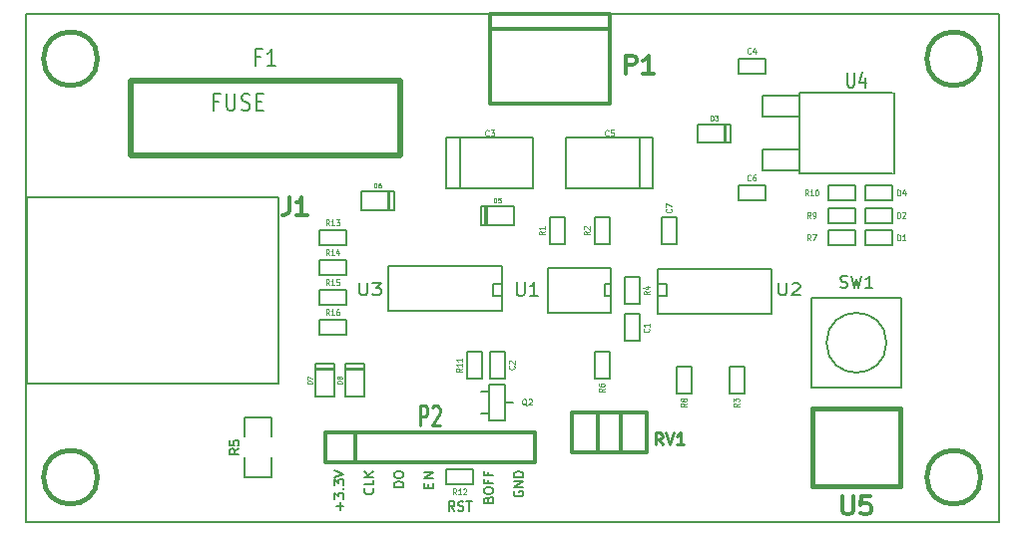
<source format=gto>
G04 (created by PCBNEW (2013-may-18)-stable) date Wed 22 Oct 2014 04:48:08 PM CEST*
%MOIN*%
G04 Gerber Fmt 3.4, Leading zero omitted, Abs format*
%FSLAX34Y34*%
G01*
G70*
G90*
G04 APERTURE LIST*
%ADD10C,0.00590551*%
%ADD11C,0.00787402*%
%ADD12C,0.0118*%
%ADD13C,0.005*%
%ADD14C,0.012*%
%ADD15C,0.008*%
%ADD16C,0.015*%
%ADD17C,0.019685*%
%ADD18C,0.00984252*%
%ADD19C,0.0039*%
%ADD20C,0.006*%
%ADD21C,0.0045*%
%ADD22C,0.0047*%
%ADD23C,0.0107*%
G04 APERTURE END LIST*
G54D10*
G54D11*
X46750Y-17500D02*
X46750Y-34500D01*
X79250Y-17500D02*
X46750Y-17500D01*
X79250Y-34500D02*
X79250Y-17500D01*
X46750Y-34500D02*
X79250Y-34500D01*
X63077Y-33469D02*
X63062Y-33499D01*
X63062Y-33544D01*
X63077Y-33589D01*
X63107Y-33619D01*
X63137Y-33634D01*
X63197Y-33649D01*
X63242Y-33649D01*
X63302Y-33634D01*
X63332Y-33619D01*
X63362Y-33589D01*
X63377Y-33544D01*
X63377Y-33514D01*
X63362Y-33469D01*
X63347Y-33454D01*
X63242Y-33454D01*
X63242Y-33514D01*
X63377Y-33319D02*
X63062Y-33319D01*
X63377Y-33139D01*
X63062Y-33139D01*
X63377Y-32989D02*
X63062Y-32989D01*
X63062Y-32914D01*
X63077Y-32869D01*
X63107Y-32839D01*
X63137Y-32824D01*
X63197Y-32809D01*
X63242Y-32809D01*
X63302Y-32824D01*
X63332Y-32839D01*
X63362Y-32869D01*
X63377Y-32914D01*
X63377Y-32989D01*
X62212Y-33754D02*
X62227Y-33709D01*
X62242Y-33694D01*
X62272Y-33679D01*
X62317Y-33679D01*
X62347Y-33694D01*
X62362Y-33709D01*
X62377Y-33739D01*
X62377Y-33859D01*
X62062Y-33859D01*
X62062Y-33754D01*
X62077Y-33724D01*
X62092Y-33709D01*
X62122Y-33694D01*
X62152Y-33694D01*
X62182Y-33709D01*
X62197Y-33724D01*
X62212Y-33754D01*
X62212Y-33859D01*
X62062Y-33484D02*
X62062Y-33424D01*
X62077Y-33394D01*
X62107Y-33364D01*
X62167Y-33349D01*
X62272Y-33349D01*
X62332Y-33364D01*
X62362Y-33394D01*
X62377Y-33424D01*
X62377Y-33484D01*
X62362Y-33514D01*
X62332Y-33544D01*
X62272Y-33559D01*
X62167Y-33559D01*
X62107Y-33544D01*
X62077Y-33514D01*
X62062Y-33484D01*
X62212Y-33109D02*
X62212Y-33214D01*
X62377Y-33214D02*
X62062Y-33214D01*
X62062Y-33064D01*
X62212Y-32839D02*
X62212Y-32944D01*
X62377Y-32944D02*
X62062Y-32944D01*
X62062Y-32794D01*
X61077Y-34127D02*
X60972Y-33977D01*
X60897Y-34127D02*
X60897Y-33812D01*
X61017Y-33812D01*
X61047Y-33827D01*
X61062Y-33842D01*
X61077Y-33872D01*
X61077Y-33917D01*
X61062Y-33947D01*
X61047Y-33962D01*
X61017Y-33977D01*
X60897Y-33977D01*
X61197Y-34112D02*
X61242Y-34127D01*
X61317Y-34127D01*
X61347Y-34112D01*
X61362Y-34097D01*
X61377Y-34067D01*
X61377Y-34037D01*
X61362Y-34007D01*
X61347Y-33992D01*
X61317Y-33977D01*
X61257Y-33962D01*
X61227Y-33947D01*
X61212Y-33932D01*
X61197Y-33902D01*
X61197Y-33872D01*
X61212Y-33842D01*
X61227Y-33827D01*
X61257Y-33812D01*
X61332Y-33812D01*
X61377Y-33827D01*
X61467Y-33812D02*
X61647Y-33812D01*
X61557Y-34127D02*
X61557Y-33812D01*
X60212Y-33357D02*
X60212Y-33239D01*
X60377Y-33188D02*
X60377Y-33357D01*
X60062Y-33357D01*
X60062Y-33188D01*
X60377Y-33036D02*
X60062Y-33036D01*
X60377Y-32834D01*
X60062Y-32834D01*
X59377Y-33319D02*
X59062Y-33319D01*
X59062Y-33244D01*
X59077Y-33199D01*
X59107Y-33169D01*
X59137Y-33154D01*
X59197Y-33139D01*
X59242Y-33139D01*
X59302Y-33154D01*
X59332Y-33169D01*
X59362Y-33199D01*
X59377Y-33244D01*
X59377Y-33319D01*
X59062Y-32944D02*
X59062Y-32884D01*
X59077Y-32854D01*
X59107Y-32824D01*
X59167Y-32809D01*
X59272Y-32809D01*
X59332Y-32824D01*
X59362Y-32854D01*
X59377Y-32884D01*
X59377Y-32944D01*
X59362Y-32974D01*
X59332Y-33004D01*
X59272Y-33019D01*
X59167Y-33019D01*
X59107Y-33004D01*
X59077Y-32974D01*
X59062Y-32944D01*
X58347Y-33379D02*
X58362Y-33394D01*
X58377Y-33439D01*
X58377Y-33469D01*
X58362Y-33514D01*
X58332Y-33544D01*
X58302Y-33559D01*
X58242Y-33574D01*
X58197Y-33574D01*
X58137Y-33559D01*
X58107Y-33544D01*
X58077Y-33514D01*
X58062Y-33469D01*
X58062Y-33439D01*
X58077Y-33394D01*
X58092Y-33379D01*
X58377Y-33094D02*
X58377Y-33244D01*
X58062Y-33244D01*
X58377Y-32989D02*
X58062Y-32989D01*
X58377Y-32809D02*
X58197Y-32944D01*
X58062Y-32809D02*
X58242Y-32989D01*
X57257Y-34084D02*
X57257Y-33844D01*
X57377Y-33964D02*
X57137Y-33964D01*
X57062Y-33724D02*
X57062Y-33529D01*
X57182Y-33634D01*
X57182Y-33589D01*
X57197Y-33559D01*
X57212Y-33544D01*
X57242Y-33529D01*
X57317Y-33529D01*
X57347Y-33544D01*
X57362Y-33559D01*
X57377Y-33589D01*
X57377Y-33679D01*
X57362Y-33709D01*
X57347Y-33724D01*
X57347Y-33394D02*
X57362Y-33379D01*
X57377Y-33394D01*
X57362Y-33409D01*
X57347Y-33394D01*
X57377Y-33394D01*
X57062Y-33274D02*
X57062Y-33079D01*
X57182Y-33184D01*
X57182Y-33139D01*
X57197Y-33109D01*
X57212Y-33094D01*
X57242Y-33079D01*
X57317Y-33079D01*
X57347Y-33094D01*
X57362Y-33109D01*
X57377Y-33139D01*
X57377Y-33229D01*
X57362Y-33259D01*
X57347Y-33274D01*
X57062Y-32989D02*
X57377Y-32884D01*
X57062Y-32779D01*
G54D12*
X66644Y-30831D02*
X66644Y-32169D01*
X65856Y-30831D02*
X65856Y-32169D01*
X64990Y-32169D02*
X64990Y-30831D01*
X64990Y-30831D02*
X67510Y-30831D01*
X67510Y-30831D02*
X67510Y-32169D01*
X67510Y-32169D02*
X64990Y-32169D01*
G54D13*
X75500Y-28500D02*
G75*
G03X75500Y-28500I-1000J0D01*
G74*
G01*
X73000Y-30000D02*
X73000Y-27000D01*
X73000Y-27000D02*
X76000Y-27000D01*
X76000Y-27000D02*
X76000Y-30000D01*
X73000Y-30000D02*
X76000Y-30000D01*
X62225Y-30875D02*
X61965Y-30875D01*
X62225Y-30125D02*
X61965Y-30125D01*
X62775Y-30500D02*
X63035Y-30500D01*
X62775Y-29910D02*
X62775Y-31090D01*
X62775Y-31090D02*
X62225Y-31090D01*
X62225Y-31090D02*
X62225Y-29910D01*
X62225Y-29910D02*
X62775Y-29910D01*
X70104Y-21815D02*
X70104Y-21185D01*
X70144Y-21185D02*
X70144Y-21815D01*
X69199Y-21185D02*
X70301Y-21185D01*
X70301Y-21185D02*
X70301Y-21815D01*
X70301Y-21815D02*
X69199Y-21815D01*
X69199Y-21815D02*
X69199Y-21185D01*
X66300Y-26050D02*
X66300Y-26000D01*
X66300Y-26000D02*
X64200Y-26000D01*
X64200Y-27500D02*
X66300Y-27500D01*
X66300Y-27500D02*
X66300Y-26050D01*
X66300Y-26950D02*
X66100Y-26950D01*
X66100Y-26950D02*
X66100Y-26550D01*
X66100Y-26550D02*
X66300Y-26550D01*
X64200Y-27500D02*
X64200Y-26000D01*
X54950Y-31000D02*
X54050Y-31000D01*
X54050Y-31000D02*
X54050Y-31650D01*
X54950Y-32350D02*
X54950Y-33000D01*
X54950Y-33000D02*
X54050Y-33000D01*
X54050Y-33000D02*
X54050Y-32350D01*
X54950Y-31650D02*
X54950Y-31000D01*
X74800Y-24750D02*
X75700Y-24750D01*
X75700Y-24750D02*
X75700Y-25250D01*
X75700Y-25250D02*
X74800Y-25250D01*
X74800Y-25250D02*
X74800Y-24750D01*
X69000Y-29300D02*
X69000Y-30200D01*
X69000Y-30200D02*
X68500Y-30200D01*
X68500Y-30200D02*
X68500Y-29300D01*
X68500Y-29300D02*
X69000Y-29300D01*
X66250Y-28800D02*
X66250Y-29700D01*
X66250Y-29700D02*
X65750Y-29700D01*
X65750Y-29700D02*
X65750Y-28800D01*
X65750Y-28800D02*
X66250Y-28800D01*
X70750Y-29300D02*
X70750Y-30200D01*
X70750Y-30200D02*
X70250Y-30200D01*
X70250Y-30200D02*
X70250Y-29300D01*
X70250Y-29300D02*
X70750Y-29300D01*
X73550Y-24750D02*
X74450Y-24750D01*
X74450Y-24750D02*
X74450Y-25250D01*
X74450Y-25250D02*
X73550Y-25250D01*
X73550Y-25250D02*
X73550Y-24750D01*
X66250Y-24300D02*
X66250Y-25200D01*
X66250Y-25200D02*
X65750Y-25200D01*
X65750Y-25200D02*
X65750Y-24300D01*
X65750Y-24300D02*
X66250Y-24300D01*
X62750Y-28800D02*
X62750Y-29700D01*
X62750Y-29700D02*
X62250Y-29700D01*
X62250Y-29700D02*
X62250Y-28800D01*
X62250Y-28800D02*
X62750Y-28800D01*
X67250Y-26300D02*
X67250Y-27200D01*
X67250Y-27200D02*
X66750Y-27200D01*
X66750Y-27200D02*
X66750Y-26300D01*
X66750Y-26300D02*
X67250Y-26300D01*
X67250Y-27550D02*
X67250Y-28450D01*
X67250Y-28450D02*
X66750Y-28450D01*
X66750Y-28450D02*
X66750Y-27550D01*
X66750Y-27550D02*
X67250Y-27550D01*
X68000Y-25200D02*
X68000Y-24300D01*
X68000Y-24300D02*
X68500Y-24300D01*
X68500Y-24300D02*
X68500Y-25200D01*
X68500Y-25200D02*
X68000Y-25200D01*
X60800Y-32750D02*
X61700Y-32750D01*
X61700Y-32750D02*
X61700Y-33250D01*
X61700Y-33250D02*
X60800Y-33250D01*
X60800Y-33250D02*
X60800Y-32750D01*
X62000Y-28800D02*
X62000Y-29700D01*
X62000Y-29700D02*
X61500Y-29700D01*
X61500Y-29700D02*
X61500Y-28800D01*
X61500Y-28800D02*
X62000Y-28800D01*
X71450Y-19500D02*
X70550Y-19500D01*
X70550Y-19500D02*
X70550Y-19000D01*
X70550Y-19000D02*
X71450Y-19000D01*
X71450Y-19000D02*
X71450Y-19500D01*
X64750Y-24300D02*
X64750Y-25200D01*
X64750Y-25200D02*
X64250Y-25200D01*
X64250Y-25200D02*
X64250Y-24300D01*
X64250Y-24300D02*
X64750Y-24300D01*
X74800Y-24000D02*
X75700Y-24000D01*
X75700Y-24000D02*
X75700Y-24500D01*
X75700Y-24500D02*
X74800Y-24500D01*
X74800Y-24500D02*
X74800Y-24000D01*
X73550Y-24000D02*
X74450Y-24000D01*
X74450Y-24000D02*
X74450Y-24500D01*
X74450Y-24500D02*
X73550Y-24500D01*
X73550Y-24500D02*
X73550Y-24000D01*
X74800Y-23250D02*
X75700Y-23250D01*
X75700Y-23250D02*
X75700Y-23750D01*
X75700Y-23750D02*
X74800Y-23750D01*
X74800Y-23750D02*
X74800Y-23250D01*
X73550Y-23250D02*
X74450Y-23250D01*
X74450Y-23250D02*
X74450Y-23750D01*
X74450Y-23750D02*
X73550Y-23750D01*
X73550Y-23750D02*
X73550Y-23250D01*
X71450Y-23750D02*
X70550Y-23750D01*
X70550Y-23750D02*
X70550Y-23250D01*
X70550Y-23250D02*
X71450Y-23250D01*
X71450Y-23250D02*
X71450Y-23750D01*
X46787Y-23624D02*
X46787Y-29875D01*
X46787Y-29875D02*
X55212Y-29875D01*
X55212Y-29875D02*
X55212Y-23624D01*
X55212Y-23624D02*
X46787Y-23624D01*
X72600Y-22050D02*
X71350Y-22050D01*
X71350Y-22050D02*
X71350Y-22750D01*
X71350Y-22750D02*
X72600Y-22750D01*
X72600Y-20250D02*
X71350Y-20250D01*
X71350Y-20250D02*
X71350Y-20950D01*
X71350Y-20950D02*
X72600Y-20950D01*
X75000Y-22850D02*
X72600Y-22850D01*
X72600Y-22850D02*
X72600Y-20150D01*
X72600Y-20150D02*
X75700Y-20150D01*
X75750Y-20150D02*
X75750Y-22850D01*
X75700Y-22850D02*
X75000Y-22850D01*
X67250Y-21650D02*
X67250Y-23350D01*
X64800Y-21650D02*
X64800Y-23350D01*
X64800Y-23350D02*
X67700Y-23350D01*
X67700Y-23350D02*
X67700Y-21650D01*
X67700Y-21650D02*
X64800Y-21650D01*
X61250Y-23350D02*
X61250Y-21650D01*
X63700Y-23350D02*
X63700Y-21650D01*
X63700Y-21650D02*
X60800Y-21650D01*
X60800Y-21650D02*
X60800Y-23350D01*
X60800Y-23350D02*
X63700Y-23350D01*
G54D14*
X62250Y-18000D02*
X66250Y-18000D01*
X62250Y-17500D02*
X62250Y-20500D01*
X62250Y-20500D02*
X66250Y-20500D01*
X66250Y-20500D02*
X66250Y-17500D01*
X66250Y-17500D02*
X62250Y-17500D01*
G54D15*
X62650Y-27450D02*
X58850Y-27450D01*
X58850Y-27450D02*
X58850Y-25950D01*
X58850Y-25950D02*
X62650Y-25950D01*
X62650Y-25950D02*
X62650Y-27450D01*
X62650Y-26950D02*
X62350Y-26950D01*
X62350Y-26950D02*
X62350Y-26550D01*
X62350Y-26550D02*
X62650Y-26550D01*
G54D14*
X56750Y-31500D02*
X56750Y-31500D01*
X56750Y-31500D02*
X63750Y-31500D01*
X63750Y-31500D02*
X63750Y-32500D01*
X63750Y-32500D02*
X56750Y-32500D01*
X56750Y-32500D02*
X56750Y-31500D01*
X57750Y-32500D02*
X57750Y-32500D01*
X57750Y-32500D02*
X57750Y-31500D01*
G54D16*
X49150Y-19000D02*
G75*
G03X49150Y-19000I-900J0D01*
G74*
G01*
X78650Y-19000D02*
G75*
G03X78650Y-19000I-900J0D01*
G74*
G01*
X78650Y-33000D02*
G75*
G03X78650Y-33000I-900J0D01*
G74*
G01*
X49150Y-33000D02*
G75*
G03X49150Y-33000I-900J0D01*
G74*
G01*
G54D13*
X62146Y-23935D02*
X62146Y-24565D01*
X62106Y-24565D02*
X62106Y-23935D01*
X63051Y-24565D02*
X61949Y-24565D01*
X61949Y-24565D02*
X61949Y-23935D01*
X61949Y-23935D02*
X63051Y-23935D01*
X63051Y-23935D02*
X63051Y-24565D01*
X58854Y-24065D02*
X58854Y-23435D01*
X58894Y-23435D02*
X58894Y-24065D01*
X57949Y-23435D02*
X59051Y-23435D01*
X59051Y-23435D02*
X59051Y-24065D01*
X59051Y-24065D02*
X57949Y-24065D01*
X57949Y-24065D02*
X57949Y-23435D01*
X57065Y-29396D02*
X56435Y-29396D01*
X56435Y-29356D02*
X57065Y-29356D01*
X56435Y-30301D02*
X56435Y-29199D01*
X56435Y-29199D02*
X57065Y-29199D01*
X57065Y-29199D02*
X57065Y-30301D01*
X57065Y-30301D02*
X56435Y-30301D01*
X58065Y-29396D02*
X57435Y-29396D01*
X57435Y-29356D02*
X58065Y-29356D01*
X57435Y-30301D02*
X57435Y-29199D01*
X57435Y-29199D02*
X58065Y-29199D01*
X58065Y-29199D02*
X58065Y-30301D01*
X58065Y-30301D02*
X57435Y-30301D01*
X57450Y-25250D02*
X56550Y-25250D01*
X56550Y-25250D02*
X56550Y-24750D01*
X56550Y-24750D02*
X57450Y-24750D01*
X57450Y-24750D02*
X57450Y-25250D01*
X57450Y-26250D02*
X56550Y-26250D01*
X56550Y-26250D02*
X56550Y-25750D01*
X56550Y-25750D02*
X57450Y-25750D01*
X57450Y-25750D02*
X57450Y-26250D01*
X57450Y-27250D02*
X56550Y-27250D01*
X56550Y-27250D02*
X56550Y-26750D01*
X56550Y-26750D02*
X57450Y-26750D01*
X57450Y-26750D02*
X57450Y-27250D01*
X57450Y-28250D02*
X56550Y-28250D01*
X56550Y-28250D02*
X56550Y-27750D01*
X56550Y-27750D02*
X57450Y-27750D01*
X57450Y-27750D02*
X57450Y-28250D01*
G54D15*
X67850Y-26050D02*
X71650Y-26050D01*
X71650Y-26050D02*
X71650Y-27550D01*
X71650Y-27550D02*
X67850Y-27550D01*
X67850Y-27550D02*
X67850Y-26050D01*
X67850Y-26550D02*
X68150Y-26550D01*
X68150Y-26550D02*
X68150Y-26950D01*
X68150Y-26950D02*
X67850Y-26950D01*
G54D16*
X75957Y-33299D02*
X75957Y-30701D01*
X75957Y-30701D02*
X73043Y-30701D01*
X73043Y-30701D02*
X73043Y-33299D01*
X73043Y-33299D02*
X75957Y-33299D01*
G54D17*
X59250Y-19750D02*
X50250Y-19750D01*
X50250Y-19750D02*
X50250Y-22250D01*
X50250Y-22250D02*
X59250Y-22250D01*
X59250Y-22250D02*
X59250Y-19750D01*
G54D10*
X50250Y-19750D02*
X59250Y-19750D01*
X59250Y-19750D02*
X59250Y-22250D01*
G54D18*
X68015Y-31909D02*
X67884Y-31721D01*
X67790Y-31909D02*
X67790Y-31515D01*
X67940Y-31515D01*
X67978Y-31534D01*
X67996Y-31553D01*
X68015Y-31590D01*
X68015Y-31646D01*
X67996Y-31684D01*
X67978Y-31703D01*
X67940Y-31721D01*
X67790Y-31721D01*
X68128Y-31515D02*
X68259Y-31909D01*
X68390Y-31515D01*
X68728Y-31909D02*
X68503Y-31909D01*
X68615Y-31909D02*
X68615Y-31515D01*
X68578Y-31571D01*
X68540Y-31609D01*
X68503Y-31628D01*
G54D15*
X73966Y-26642D02*
X74023Y-26661D01*
X74119Y-26661D01*
X74157Y-26642D01*
X74176Y-26623D01*
X74195Y-26585D01*
X74195Y-26547D01*
X74176Y-26509D01*
X74157Y-26490D01*
X74119Y-26471D01*
X74042Y-26452D01*
X74004Y-26433D01*
X73985Y-26414D01*
X73966Y-26376D01*
X73966Y-26338D01*
X73985Y-26300D01*
X74004Y-26280D01*
X74042Y-26261D01*
X74138Y-26261D01*
X74195Y-26280D01*
X74328Y-26261D02*
X74423Y-26661D01*
X74500Y-26376D01*
X74576Y-26661D01*
X74671Y-26261D01*
X75033Y-26661D02*
X74804Y-26661D01*
X74919Y-26661D02*
X74919Y-26261D01*
X74880Y-26319D01*
X74842Y-26357D01*
X74804Y-26376D01*
G54D19*
X63481Y-30598D02*
X63462Y-30589D01*
X63443Y-30570D01*
X63415Y-30542D01*
X63396Y-30532D01*
X63378Y-30532D01*
X63387Y-30579D02*
X63368Y-30570D01*
X63349Y-30551D01*
X63340Y-30514D01*
X63340Y-30448D01*
X63349Y-30410D01*
X63368Y-30392D01*
X63387Y-30382D01*
X63424Y-30382D01*
X63443Y-30392D01*
X63462Y-30410D01*
X63471Y-30448D01*
X63471Y-30514D01*
X63462Y-30551D01*
X63443Y-30570D01*
X63424Y-30579D01*
X63387Y-30579D01*
X63546Y-30401D02*
X63556Y-30392D01*
X63575Y-30382D01*
X63621Y-30382D01*
X63640Y-30392D01*
X63650Y-30401D01*
X63659Y-30420D01*
X63659Y-30439D01*
X63650Y-30467D01*
X63537Y-30579D01*
X63659Y-30579D01*
X69634Y-21063D02*
X69634Y-20906D01*
X69671Y-20906D01*
X69693Y-20914D01*
X69708Y-20928D01*
X69716Y-20943D01*
X69723Y-20973D01*
X69723Y-20996D01*
X69716Y-21026D01*
X69708Y-21041D01*
X69693Y-21056D01*
X69671Y-21063D01*
X69634Y-21063D01*
X69776Y-20906D02*
X69873Y-20906D01*
X69821Y-20966D01*
X69843Y-20966D01*
X69858Y-20973D01*
X69865Y-20981D01*
X69873Y-20996D01*
X69873Y-21033D01*
X69865Y-21048D01*
X69858Y-21056D01*
X69843Y-21063D01*
X69798Y-21063D01*
X69783Y-21056D01*
X69776Y-21048D01*
G54D20*
X63157Y-26482D02*
X63157Y-26846D01*
X63178Y-26889D01*
X63200Y-26910D01*
X63242Y-26932D01*
X63328Y-26932D01*
X63371Y-26910D01*
X63392Y-26889D01*
X63414Y-26846D01*
X63414Y-26482D01*
X63864Y-26932D02*
X63607Y-26932D01*
X63735Y-26932D02*
X63735Y-26482D01*
X63692Y-26546D01*
X63650Y-26589D01*
X63607Y-26610D01*
G54D13*
X53871Y-32050D02*
X53728Y-32150D01*
X53871Y-32221D02*
X53571Y-32221D01*
X53571Y-32107D01*
X53585Y-32078D01*
X53600Y-32064D01*
X53628Y-32050D01*
X53671Y-32050D01*
X53700Y-32064D01*
X53714Y-32078D01*
X53728Y-32107D01*
X53728Y-32221D01*
X53571Y-31778D02*
X53571Y-31921D01*
X53714Y-31935D01*
X53700Y-31921D01*
X53685Y-31892D01*
X53685Y-31821D01*
X53700Y-31792D01*
X53714Y-31778D01*
X53742Y-31764D01*
X53814Y-31764D01*
X53842Y-31778D01*
X53857Y-31792D01*
X53871Y-31821D01*
X53871Y-31892D01*
X53857Y-31921D01*
X53842Y-31935D01*
G54D21*
X75867Y-25080D02*
X75867Y-24880D01*
X75910Y-24880D01*
X75935Y-24890D01*
X75952Y-24909D01*
X75961Y-24928D01*
X75970Y-24966D01*
X75970Y-24995D01*
X75961Y-25033D01*
X75952Y-25052D01*
X75935Y-25071D01*
X75910Y-25080D01*
X75867Y-25080D01*
X76141Y-25080D02*
X76038Y-25080D01*
X76090Y-25080D02*
X76090Y-24880D01*
X76072Y-24909D01*
X76055Y-24928D01*
X76038Y-24938D01*
X68830Y-30530D02*
X68735Y-30590D01*
X68830Y-30632D02*
X68630Y-30632D01*
X68630Y-30564D01*
X68640Y-30547D01*
X68650Y-30538D01*
X68669Y-30530D01*
X68697Y-30530D01*
X68716Y-30538D01*
X68726Y-30547D01*
X68735Y-30564D01*
X68735Y-30632D01*
X68716Y-30427D02*
X68707Y-30444D01*
X68697Y-30452D01*
X68678Y-30461D01*
X68669Y-30461D01*
X68650Y-30452D01*
X68640Y-30444D01*
X68630Y-30427D01*
X68630Y-30392D01*
X68640Y-30375D01*
X68650Y-30367D01*
X68669Y-30358D01*
X68678Y-30358D01*
X68697Y-30367D01*
X68707Y-30375D01*
X68716Y-30392D01*
X68716Y-30427D01*
X68726Y-30444D01*
X68735Y-30452D01*
X68754Y-30461D01*
X68792Y-30461D01*
X68811Y-30452D01*
X68821Y-30444D01*
X68830Y-30427D01*
X68830Y-30392D01*
X68821Y-30375D01*
X68811Y-30367D01*
X68792Y-30358D01*
X68754Y-30358D01*
X68735Y-30367D01*
X68726Y-30375D01*
X68716Y-30392D01*
X66080Y-30030D02*
X65985Y-30090D01*
X66080Y-30132D02*
X65880Y-30132D01*
X65880Y-30064D01*
X65890Y-30047D01*
X65900Y-30038D01*
X65919Y-30030D01*
X65947Y-30030D01*
X65966Y-30038D01*
X65976Y-30047D01*
X65985Y-30064D01*
X65985Y-30132D01*
X65880Y-29875D02*
X65880Y-29910D01*
X65890Y-29927D01*
X65900Y-29935D01*
X65928Y-29952D01*
X65966Y-29961D01*
X66042Y-29961D01*
X66061Y-29952D01*
X66071Y-29944D01*
X66080Y-29927D01*
X66080Y-29892D01*
X66071Y-29875D01*
X66061Y-29867D01*
X66042Y-29858D01*
X65995Y-29858D01*
X65976Y-29867D01*
X65966Y-29875D01*
X65957Y-29892D01*
X65957Y-29927D01*
X65966Y-29944D01*
X65976Y-29952D01*
X65995Y-29961D01*
X70580Y-30530D02*
X70485Y-30590D01*
X70580Y-30632D02*
X70380Y-30632D01*
X70380Y-30564D01*
X70390Y-30547D01*
X70400Y-30538D01*
X70419Y-30530D01*
X70447Y-30530D01*
X70466Y-30538D01*
X70476Y-30547D01*
X70485Y-30564D01*
X70485Y-30632D01*
X70380Y-30470D02*
X70380Y-30358D01*
X70457Y-30418D01*
X70457Y-30392D01*
X70466Y-30375D01*
X70476Y-30367D01*
X70495Y-30358D01*
X70542Y-30358D01*
X70561Y-30367D01*
X70571Y-30375D01*
X70580Y-30392D01*
X70580Y-30444D01*
X70571Y-30461D01*
X70561Y-30470D01*
X72970Y-25080D02*
X72910Y-24985D01*
X72867Y-25080D02*
X72867Y-24880D01*
X72935Y-24880D01*
X72952Y-24890D01*
X72961Y-24900D01*
X72970Y-24919D01*
X72970Y-24947D01*
X72961Y-24966D01*
X72952Y-24976D01*
X72935Y-24985D01*
X72867Y-24985D01*
X73030Y-24880D02*
X73150Y-24880D01*
X73072Y-25080D01*
X65580Y-24780D02*
X65485Y-24840D01*
X65580Y-24882D02*
X65380Y-24882D01*
X65380Y-24814D01*
X65390Y-24797D01*
X65400Y-24788D01*
X65419Y-24780D01*
X65447Y-24780D01*
X65466Y-24788D01*
X65476Y-24797D01*
X65485Y-24814D01*
X65485Y-24882D01*
X65400Y-24711D02*
X65390Y-24702D01*
X65380Y-24685D01*
X65380Y-24642D01*
X65390Y-24625D01*
X65400Y-24617D01*
X65419Y-24608D01*
X65438Y-24608D01*
X65466Y-24617D01*
X65580Y-24720D01*
X65580Y-24608D01*
X63061Y-29280D02*
X63071Y-29288D01*
X63080Y-29314D01*
X63080Y-29331D01*
X63071Y-29357D01*
X63052Y-29374D01*
X63033Y-29382D01*
X62995Y-29391D01*
X62966Y-29391D01*
X62928Y-29382D01*
X62909Y-29374D01*
X62890Y-29357D01*
X62880Y-29331D01*
X62880Y-29314D01*
X62890Y-29288D01*
X62900Y-29280D01*
X62900Y-29211D02*
X62890Y-29202D01*
X62880Y-29185D01*
X62880Y-29142D01*
X62890Y-29125D01*
X62900Y-29117D01*
X62919Y-29108D01*
X62938Y-29108D01*
X62966Y-29117D01*
X63080Y-29220D01*
X63080Y-29108D01*
X67580Y-26780D02*
X67485Y-26840D01*
X67580Y-26882D02*
X67380Y-26882D01*
X67380Y-26814D01*
X67390Y-26797D01*
X67400Y-26788D01*
X67419Y-26780D01*
X67447Y-26780D01*
X67466Y-26788D01*
X67476Y-26797D01*
X67485Y-26814D01*
X67485Y-26882D01*
X67447Y-26625D02*
X67580Y-26625D01*
X67371Y-26668D02*
X67514Y-26711D01*
X67514Y-26600D01*
X67561Y-28030D02*
X67571Y-28038D01*
X67580Y-28064D01*
X67580Y-28081D01*
X67571Y-28107D01*
X67552Y-28124D01*
X67533Y-28132D01*
X67495Y-28141D01*
X67466Y-28141D01*
X67428Y-28132D01*
X67409Y-28124D01*
X67390Y-28107D01*
X67380Y-28081D01*
X67380Y-28064D01*
X67390Y-28038D01*
X67400Y-28030D01*
X67580Y-27858D02*
X67580Y-27961D01*
X67580Y-27910D02*
X67380Y-27910D01*
X67409Y-27927D01*
X67428Y-27944D01*
X67438Y-27961D01*
X68311Y-24030D02*
X68321Y-24038D01*
X68330Y-24064D01*
X68330Y-24081D01*
X68321Y-24107D01*
X68302Y-24124D01*
X68283Y-24132D01*
X68245Y-24141D01*
X68216Y-24141D01*
X68178Y-24132D01*
X68159Y-24124D01*
X68140Y-24107D01*
X68130Y-24081D01*
X68130Y-24064D01*
X68140Y-24038D01*
X68150Y-24030D01*
X68130Y-23970D02*
X68130Y-23850D01*
X68330Y-23927D01*
X61134Y-33580D02*
X61074Y-33485D01*
X61031Y-33580D02*
X61031Y-33380D01*
X61100Y-33380D01*
X61117Y-33390D01*
X61125Y-33400D01*
X61134Y-33419D01*
X61134Y-33447D01*
X61125Y-33466D01*
X61117Y-33476D01*
X61100Y-33485D01*
X61031Y-33485D01*
X61305Y-33580D02*
X61202Y-33580D01*
X61254Y-33580D02*
X61254Y-33380D01*
X61237Y-33409D01*
X61220Y-33428D01*
X61202Y-33438D01*
X61374Y-33400D02*
X61382Y-33390D01*
X61400Y-33380D01*
X61442Y-33380D01*
X61460Y-33390D01*
X61468Y-33400D01*
X61477Y-33419D01*
X61477Y-33438D01*
X61468Y-33466D01*
X61365Y-33580D01*
X61477Y-33580D01*
X61330Y-29365D02*
X61235Y-29425D01*
X61330Y-29468D02*
X61130Y-29468D01*
X61130Y-29400D01*
X61140Y-29382D01*
X61150Y-29374D01*
X61169Y-29365D01*
X61197Y-29365D01*
X61216Y-29374D01*
X61226Y-29382D01*
X61235Y-29400D01*
X61235Y-29468D01*
X61330Y-29194D02*
X61330Y-29297D01*
X61330Y-29245D02*
X61130Y-29245D01*
X61159Y-29262D01*
X61178Y-29280D01*
X61188Y-29297D01*
X61330Y-29022D02*
X61330Y-29125D01*
X61330Y-29074D02*
X61130Y-29074D01*
X61159Y-29091D01*
X61178Y-29108D01*
X61188Y-29125D01*
X70970Y-18811D02*
X70961Y-18821D01*
X70935Y-18830D01*
X70918Y-18830D01*
X70892Y-18821D01*
X70875Y-18802D01*
X70867Y-18783D01*
X70858Y-18745D01*
X70858Y-18716D01*
X70867Y-18678D01*
X70875Y-18659D01*
X70892Y-18640D01*
X70918Y-18630D01*
X70935Y-18630D01*
X70961Y-18640D01*
X70970Y-18650D01*
X71124Y-18697D02*
X71124Y-18830D01*
X71081Y-18621D02*
X71038Y-18764D01*
X71150Y-18764D01*
X64080Y-24780D02*
X63985Y-24840D01*
X64080Y-24882D02*
X63880Y-24882D01*
X63880Y-24814D01*
X63890Y-24797D01*
X63900Y-24788D01*
X63919Y-24780D01*
X63947Y-24780D01*
X63966Y-24788D01*
X63976Y-24797D01*
X63985Y-24814D01*
X63985Y-24882D01*
X64080Y-24608D02*
X64080Y-24711D01*
X64080Y-24660D02*
X63880Y-24660D01*
X63909Y-24677D01*
X63928Y-24694D01*
X63938Y-24711D01*
X75867Y-24330D02*
X75867Y-24130D01*
X75910Y-24130D01*
X75935Y-24140D01*
X75952Y-24159D01*
X75961Y-24178D01*
X75970Y-24216D01*
X75970Y-24245D01*
X75961Y-24283D01*
X75952Y-24302D01*
X75935Y-24321D01*
X75910Y-24330D01*
X75867Y-24330D01*
X76038Y-24150D02*
X76047Y-24140D01*
X76064Y-24130D01*
X76107Y-24130D01*
X76124Y-24140D01*
X76132Y-24150D01*
X76141Y-24169D01*
X76141Y-24188D01*
X76132Y-24216D01*
X76030Y-24330D01*
X76141Y-24330D01*
X72970Y-24330D02*
X72910Y-24235D01*
X72867Y-24330D02*
X72867Y-24130D01*
X72935Y-24130D01*
X72952Y-24140D01*
X72961Y-24150D01*
X72970Y-24169D01*
X72970Y-24197D01*
X72961Y-24216D01*
X72952Y-24226D01*
X72935Y-24235D01*
X72867Y-24235D01*
X73055Y-24330D02*
X73090Y-24330D01*
X73107Y-24321D01*
X73115Y-24311D01*
X73132Y-24283D01*
X73141Y-24245D01*
X73141Y-24169D01*
X73132Y-24150D01*
X73124Y-24140D01*
X73107Y-24130D01*
X73072Y-24130D01*
X73055Y-24140D01*
X73047Y-24150D01*
X73038Y-24169D01*
X73038Y-24216D01*
X73047Y-24235D01*
X73055Y-24245D01*
X73072Y-24254D01*
X73107Y-24254D01*
X73124Y-24245D01*
X73132Y-24235D01*
X73141Y-24216D01*
X75867Y-23580D02*
X75867Y-23380D01*
X75910Y-23380D01*
X75935Y-23390D01*
X75952Y-23409D01*
X75961Y-23428D01*
X75970Y-23466D01*
X75970Y-23495D01*
X75961Y-23533D01*
X75952Y-23552D01*
X75935Y-23571D01*
X75910Y-23580D01*
X75867Y-23580D01*
X76124Y-23447D02*
X76124Y-23580D01*
X76081Y-23371D02*
X76038Y-23514D01*
X76150Y-23514D01*
X72884Y-23580D02*
X72824Y-23485D01*
X72781Y-23580D02*
X72781Y-23380D01*
X72850Y-23380D01*
X72867Y-23390D01*
X72875Y-23400D01*
X72884Y-23419D01*
X72884Y-23447D01*
X72875Y-23466D01*
X72867Y-23476D01*
X72850Y-23485D01*
X72781Y-23485D01*
X73055Y-23580D02*
X72952Y-23580D01*
X73004Y-23580D02*
X73004Y-23380D01*
X72987Y-23409D01*
X72970Y-23428D01*
X72952Y-23438D01*
X73167Y-23380D02*
X73184Y-23380D01*
X73201Y-23390D01*
X73210Y-23400D01*
X73218Y-23419D01*
X73227Y-23457D01*
X73227Y-23504D01*
X73218Y-23542D01*
X73210Y-23561D01*
X73201Y-23571D01*
X73184Y-23580D01*
X73167Y-23580D01*
X73150Y-23571D01*
X73141Y-23561D01*
X73132Y-23542D01*
X73124Y-23504D01*
X73124Y-23457D01*
X73132Y-23419D01*
X73141Y-23400D01*
X73150Y-23390D01*
X73167Y-23380D01*
X70970Y-23061D02*
X70961Y-23071D01*
X70935Y-23080D01*
X70918Y-23080D01*
X70892Y-23071D01*
X70875Y-23052D01*
X70867Y-23033D01*
X70858Y-22995D01*
X70858Y-22966D01*
X70867Y-22928D01*
X70875Y-22909D01*
X70892Y-22890D01*
X70918Y-22880D01*
X70935Y-22880D01*
X70961Y-22890D01*
X70970Y-22900D01*
X71124Y-22880D02*
X71090Y-22880D01*
X71072Y-22890D01*
X71064Y-22900D01*
X71047Y-22928D01*
X71038Y-22966D01*
X71038Y-23042D01*
X71047Y-23061D01*
X71055Y-23071D01*
X71072Y-23080D01*
X71107Y-23080D01*
X71124Y-23071D01*
X71132Y-23061D01*
X71141Y-23042D01*
X71141Y-22995D01*
X71132Y-22976D01*
X71124Y-22966D01*
X71107Y-22957D01*
X71072Y-22957D01*
X71055Y-22966D01*
X71047Y-22976D01*
X71038Y-22995D01*
G54D14*
X55550Y-23642D02*
X55550Y-24071D01*
X55521Y-24157D01*
X55464Y-24214D01*
X55378Y-24242D01*
X55321Y-24242D01*
X56150Y-24242D02*
X55807Y-24242D01*
X55978Y-24242D02*
X55978Y-23642D01*
X55921Y-23728D01*
X55864Y-23785D01*
X55807Y-23814D01*
G54D15*
X74195Y-19452D02*
X74195Y-19857D01*
X74214Y-19904D01*
X74233Y-19928D01*
X74271Y-19952D01*
X74347Y-19952D01*
X74385Y-19928D01*
X74404Y-19904D01*
X74423Y-19857D01*
X74423Y-19452D01*
X74785Y-19619D02*
X74785Y-19952D01*
X74690Y-19428D02*
X74595Y-19785D01*
X74842Y-19785D01*
G54D22*
X66217Y-21560D02*
X66207Y-21570D01*
X66179Y-21579D01*
X66160Y-21579D01*
X66132Y-21570D01*
X66113Y-21551D01*
X66104Y-21532D01*
X66095Y-21495D01*
X66095Y-21467D01*
X66104Y-21429D01*
X66113Y-21410D01*
X66132Y-21392D01*
X66160Y-21382D01*
X66179Y-21382D01*
X66207Y-21392D01*
X66217Y-21401D01*
X66395Y-21382D02*
X66301Y-21382D01*
X66292Y-21476D01*
X66301Y-21467D01*
X66320Y-21457D01*
X66367Y-21457D01*
X66386Y-21467D01*
X66395Y-21476D01*
X66404Y-21495D01*
X66404Y-21542D01*
X66395Y-21560D01*
X66386Y-21570D01*
X66367Y-21579D01*
X66320Y-21579D01*
X66301Y-21570D01*
X66292Y-21560D01*
X62217Y-21560D02*
X62207Y-21570D01*
X62179Y-21579D01*
X62160Y-21579D01*
X62132Y-21570D01*
X62113Y-21551D01*
X62104Y-21532D01*
X62095Y-21495D01*
X62095Y-21467D01*
X62104Y-21429D01*
X62113Y-21410D01*
X62132Y-21392D01*
X62160Y-21382D01*
X62179Y-21382D01*
X62207Y-21392D01*
X62217Y-21401D01*
X62282Y-21382D02*
X62404Y-21382D01*
X62339Y-21457D01*
X62367Y-21457D01*
X62386Y-21467D01*
X62395Y-21476D01*
X62404Y-21495D01*
X62404Y-21542D01*
X62395Y-21560D01*
X62386Y-21570D01*
X62367Y-21579D01*
X62310Y-21579D01*
X62292Y-21570D01*
X62282Y-21560D01*
G54D14*
X66807Y-19492D02*
X66807Y-18892D01*
X67035Y-18892D01*
X67092Y-18921D01*
X67121Y-18950D01*
X67150Y-19007D01*
X67150Y-19092D01*
X67121Y-19150D01*
X67092Y-19178D01*
X67035Y-19207D01*
X66807Y-19207D01*
X67721Y-19492D02*
X67378Y-19492D01*
X67550Y-19492D02*
X67550Y-18892D01*
X67492Y-18978D01*
X67435Y-19035D01*
X67378Y-19064D01*
G54D13*
X57907Y-26511D02*
X57907Y-26835D01*
X57928Y-26873D01*
X57950Y-26892D01*
X57992Y-26911D01*
X58078Y-26911D01*
X58121Y-26892D01*
X58142Y-26873D01*
X58164Y-26835D01*
X58164Y-26511D01*
X58335Y-26511D02*
X58614Y-26511D01*
X58464Y-26664D01*
X58528Y-26664D01*
X58571Y-26683D01*
X58592Y-26702D01*
X58614Y-26740D01*
X58614Y-26835D01*
X58592Y-26873D01*
X58571Y-26892D01*
X58528Y-26911D01*
X58400Y-26911D01*
X58357Y-26892D01*
X58335Y-26873D01*
G54D23*
X59934Y-31275D02*
X59934Y-30594D01*
X60097Y-30594D01*
X60137Y-30627D01*
X60158Y-30659D01*
X60178Y-30724D01*
X60178Y-30821D01*
X60158Y-30886D01*
X60137Y-30918D01*
X60097Y-30951D01*
X59934Y-30951D01*
X60341Y-30659D02*
X60362Y-30627D01*
X60402Y-30594D01*
X60504Y-30594D01*
X60545Y-30627D01*
X60565Y-30659D01*
X60586Y-30724D01*
X60586Y-30789D01*
X60565Y-30886D01*
X60321Y-31275D01*
X60586Y-31275D01*
G54D14*
G54D19*
X62384Y-23813D02*
X62384Y-23656D01*
X62421Y-23656D01*
X62443Y-23664D01*
X62458Y-23678D01*
X62466Y-23693D01*
X62473Y-23723D01*
X62473Y-23746D01*
X62466Y-23776D01*
X62458Y-23791D01*
X62443Y-23806D01*
X62421Y-23813D01*
X62384Y-23813D01*
X62615Y-23656D02*
X62541Y-23656D01*
X62533Y-23731D01*
X62541Y-23723D01*
X62556Y-23716D01*
X62593Y-23716D01*
X62608Y-23723D01*
X62615Y-23731D01*
X62623Y-23746D01*
X62623Y-23783D01*
X62615Y-23798D01*
X62608Y-23806D01*
X62593Y-23813D01*
X62556Y-23813D01*
X62541Y-23806D01*
X62533Y-23798D01*
X58384Y-23313D02*
X58384Y-23156D01*
X58421Y-23156D01*
X58443Y-23164D01*
X58458Y-23178D01*
X58466Y-23193D01*
X58473Y-23223D01*
X58473Y-23246D01*
X58466Y-23276D01*
X58458Y-23291D01*
X58443Y-23306D01*
X58421Y-23313D01*
X58384Y-23313D01*
X58608Y-23156D02*
X58578Y-23156D01*
X58563Y-23164D01*
X58556Y-23171D01*
X58541Y-23193D01*
X58533Y-23223D01*
X58533Y-23283D01*
X58541Y-23298D01*
X58548Y-23306D01*
X58563Y-23313D01*
X58593Y-23313D01*
X58608Y-23306D01*
X58615Y-23298D01*
X58623Y-23283D01*
X58623Y-23246D01*
X58615Y-23231D01*
X58608Y-23223D01*
X58593Y-23216D01*
X58563Y-23216D01*
X58548Y-23223D01*
X58541Y-23231D01*
X58533Y-23246D01*
X56313Y-29865D02*
X56156Y-29865D01*
X56156Y-29828D01*
X56164Y-29806D01*
X56178Y-29791D01*
X56193Y-29783D01*
X56223Y-29776D01*
X56246Y-29776D01*
X56276Y-29783D01*
X56291Y-29791D01*
X56306Y-29806D01*
X56313Y-29828D01*
X56313Y-29865D01*
X56156Y-29723D02*
X56156Y-29619D01*
X56313Y-29686D01*
X57313Y-29865D02*
X57156Y-29865D01*
X57156Y-29828D01*
X57164Y-29806D01*
X57178Y-29791D01*
X57193Y-29783D01*
X57223Y-29776D01*
X57246Y-29776D01*
X57276Y-29783D01*
X57291Y-29791D01*
X57306Y-29806D01*
X57313Y-29828D01*
X57313Y-29865D01*
X57223Y-29686D02*
X57216Y-29701D01*
X57208Y-29708D01*
X57193Y-29716D01*
X57186Y-29716D01*
X57171Y-29708D01*
X57164Y-29701D01*
X57156Y-29686D01*
X57156Y-29656D01*
X57164Y-29641D01*
X57171Y-29634D01*
X57186Y-29626D01*
X57193Y-29626D01*
X57208Y-29634D01*
X57216Y-29641D01*
X57223Y-29656D01*
X57223Y-29686D01*
X57231Y-29701D01*
X57238Y-29708D01*
X57253Y-29716D01*
X57283Y-29716D01*
X57298Y-29708D01*
X57306Y-29701D01*
X57313Y-29686D01*
X57313Y-29656D01*
X57306Y-29641D01*
X57298Y-29634D01*
X57283Y-29626D01*
X57253Y-29626D01*
X57238Y-29634D01*
X57231Y-29641D01*
X57223Y-29656D01*
G54D21*
X56884Y-24580D02*
X56824Y-24485D01*
X56781Y-24580D02*
X56781Y-24380D01*
X56850Y-24380D01*
X56867Y-24390D01*
X56875Y-24400D01*
X56884Y-24419D01*
X56884Y-24447D01*
X56875Y-24466D01*
X56867Y-24476D01*
X56850Y-24485D01*
X56781Y-24485D01*
X57055Y-24580D02*
X56952Y-24580D01*
X57004Y-24580D02*
X57004Y-24380D01*
X56987Y-24409D01*
X56970Y-24428D01*
X56952Y-24438D01*
X57115Y-24380D02*
X57227Y-24380D01*
X57167Y-24457D01*
X57192Y-24457D01*
X57210Y-24466D01*
X57218Y-24476D01*
X57227Y-24495D01*
X57227Y-24542D01*
X57218Y-24561D01*
X57210Y-24571D01*
X57192Y-24580D01*
X57141Y-24580D01*
X57124Y-24571D01*
X57115Y-24561D01*
X56884Y-25580D02*
X56824Y-25485D01*
X56781Y-25580D02*
X56781Y-25380D01*
X56850Y-25380D01*
X56867Y-25390D01*
X56875Y-25400D01*
X56884Y-25419D01*
X56884Y-25447D01*
X56875Y-25466D01*
X56867Y-25476D01*
X56850Y-25485D01*
X56781Y-25485D01*
X57055Y-25580D02*
X56952Y-25580D01*
X57004Y-25580D02*
X57004Y-25380D01*
X56987Y-25409D01*
X56970Y-25428D01*
X56952Y-25438D01*
X57210Y-25447D02*
X57210Y-25580D01*
X57167Y-25371D02*
X57124Y-25514D01*
X57235Y-25514D01*
X56884Y-26580D02*
X56824Y-26485D01*
X56781Y-26580D02*
X56781Y-26380D01*
X56850Y-26380D01*
X56867Y-26390D01*
X56875Y-26400D01*
X56884Y-26419D01*
X56884Y-26447D01*
X56875Y-26466D01*
X56867Y-26476D01*
X56850Y-26485D01*
X56781Y-26485D01*
X57055Y-26580D02*
X56952Y-26580D01*
X57004Y-26580D02*
X57004Y-26380D01*
X56987Y-26409D01*
X56970Y-26428D01*
X56952Y-26438D01*
X57218Y-26380D02*
X57132Y-26380D01*
X57124Y-26476D01*
X57132Y-26466D01*
X57150Y-26457D01*
X57192Y-26457D01*
X57210Y-26466D01*
X57218Y-26476D01*
X57227Y-26495D01*
X57227Y-26542D01*
X57218Y-26561D01*
X57210Y-26571D01*
X57192Y-26580D01*
X57150Y-26580D01*
X57132Y-26571D01*
X57124Y-26561D01*
X56884Y-27580D02*
X56824Y-27485D01*
X56781Y-27580D02*
X56781Y-27380D01*
X56850Y-27380D01*
X56867Y-27390D01*
X56875Y-27400D01*
X56884Y-27419D01*
X56884Y-27447D01*
X56875Y-27466D01*
X56867Y-27476D01*
X56850Y-27485D01*
X56781Y-27485D01*
X57055Y-27580D02*
X56952Y-27580D01*
X57004Y-27580D02*
X57004Y-27380D01*
X56987Y-27409D01*
X56970Y-27428D01*
X56952Y-27438D01*
X57210Y-27380D02*
X57175Y-27380D01*
X57158Y-27390D01*
X57150Y-27400D01*
X57132Y-27428D01*
X57124Y-27466D01*
X57124Y-27542D01*
X57132Y-27561D01*
X57141Y-27571D01*
X57158Y-27580D01*
X57192Y-27580D01*
X57210Y-27571D01*
X57218Y-27561D01*
X57227Y-27542D01*
X57227Y-27495D01*
X57218Y-27476D01*
X57210Y-27466D01*
X57192Y-27457D01*
X57158Y-27457D01*
X57141Y-27466D01*
X57132Y-27476D01*
X57124Y-27495D01*
G54D13*
X71907Y-26511D02*
X71907Y-26835D01*
X71928Y-26873D01*
X71950Y-26892D01*
X71992Y-26911D01*
X72078Y-26911D01*
X72121Y-26892D01*
X72142Y-26873D01*
X72164Y-26835D01*
X72164Y-26511D01*
X72357Y-26550D02*
X72378Y-26530D01*
X72421Y-26511D01*
X72528Y-26511D01*
X72571Y-26530D01*
X72592Y-26550D01*
X72614Y-26588D01*
X72614Y-26626D01*
X72592Y-26683D01*
X72335Y-26911D01*
X72614Y-26911D01*
G54D14*
X74042Y-33642D02*
X74042Y-34128D01*
X74071Y-34185D01*
X74100Y-34214D01*
X74157Y-34242D01*
X74271Y-34242D01*
X74328Y-34214D01*
X74357Y-34185D01*
X74385Y-34128D01*
X74385Y-33642D01*
X74957Y-33642D02*
X74671Y-33642D01*
X74642Y-33928D01*
X74671Y-33900D01*
X74728Y-33871D01*
X74871Y-33871D01*
X74928Y-33900D01*
X74957Y-33928D01*
X74985Y-33985D01*
X74985Y-34128D01*
X74957Y-34185D01*
X74928Y-34214D01*
X74871Y-34242D01*
X74728Y-34242D01*
X74671Y-34214D01*
X74642Y-34185D01*
G54D15*
X54583Y-18934D02*
X54416Y-18934D01*
X54416Y-19222D02*
X54416Y-18672D01*
X54654Y-18672D01*
X55107Y-19222D02*
X54821Y-19222D01*
X54964Y-19222D02*
X54964Y-18672D01*
X54916Y-18751D01*
X54869Y-18803D01*
X54821Y-18829D01*
X53195Y-20434D02*
X53028Y-20434D01*
X53028Y-20722D02*
X53028Y-20172D01*
X53266Y-20172D01*
X53457Y-20172D02*
X53457Y-20617D01*
X53480Y-20670D01*
X53504Y-20696D01*
X53552Y-20722D01*
X53647Y-20722D01*
X53695Y-20696D01*
X53719Y-20670D01*
X53742Y-20617D01*
X53742Y-20172D01*
X53957Y-20696D02*
X54028Y-20722D01*
X54147Y-20722D01*
X54195Y-20696D01*
X54219Y-20670D01*
X54242Y-20617D01*
X54242Y-20565D01*
X54219Y-20513D01*
X54195Y-20486D01*
X54147Y-20460D01*
X54052Y-20434D01*
X54004Y-20408D01*
X53980Y-20382D01*
X53957Y-20329D01*
X53957Y-20277D01*
X53980Y-20225D01*
X54004Y-20198D01*
X54052Y-20172D01*
X54171Y-20172D01*
X54242Y-20198D01*
X54457Y-20434D02*
X54623Y-20434D01*
X54695Y-20722D02*
X54457Y-20722D01*
X54457Y-20172D01*
X54695Y-20172D01*
M02*

</source>
